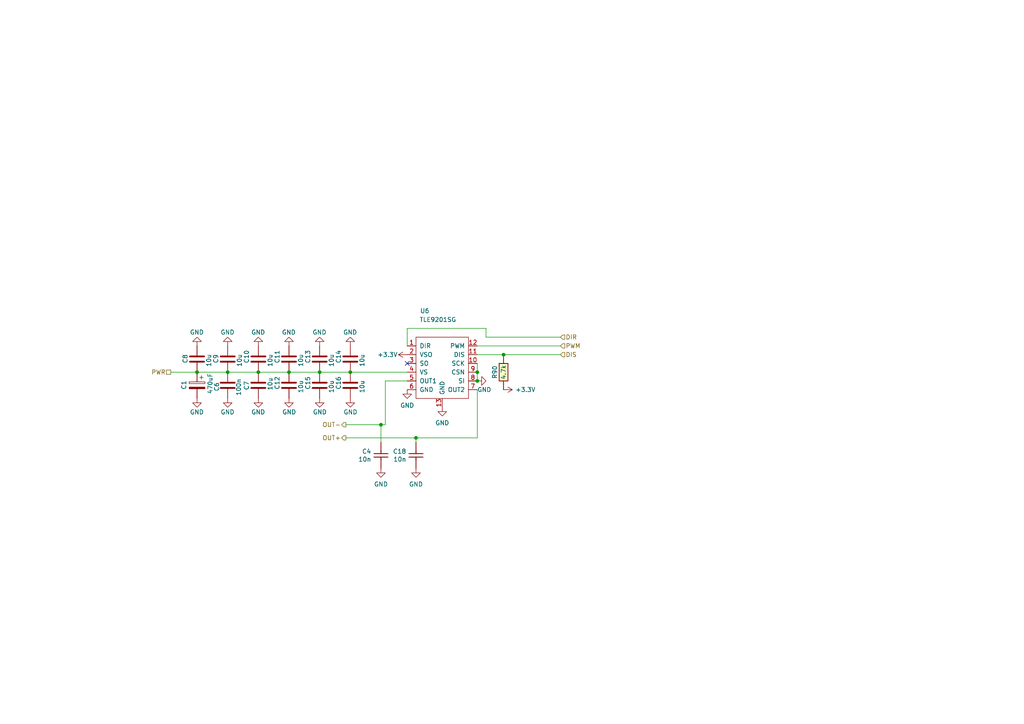
<source format=kicad_sch>
(kicad_sch (version 20230121) (generator eeschema)
  (paper "A4")
  (lib_symbols
    (symbol "Device:C" (pin_numbers hide) (pin_names (offset 0.254))
      (property "Reference" "C" (at 0.635 2.54 0))
      (property "Value" "C" (at 0.635 -2.54 0))
      (symbol "C_0_1"
        (polyline (pts (xy -2.032 -0.762) (xy 2.032 -0.762)) (stroke (width 0.508)))
        (polyline (pts (xy -2.032 0.762) (xy 2.032 0.762)) (stroke (width 0.508)))
      )
      (symbol "C_1_1"
        (pin passive line (at 0 3.81 270) (length 2.794) (name "~") (number "1"))
        (pin passive line (at 0 -3.81 90) (length 2.794) (name "~") (number "2"))
      )
    )
    (symbol "Device:C_Polarized" (pin_numbers hide) (pin_names (offset 0.254))
      (property "Reference" "C" (at 0.635 2.54 0))
      (property "Value" "C_Polarized" (at 0.635 -2.54 0))
      (symbol "C_Polarized_0_1"
        (rectangle (start -2.286 0.508) (end 2.286 1.016))
        (polyline (pts (xy -1.778 2.286) (xy -0.762 2.286)))
        (polyline (pts (xy -1.27 2.794) (xy -1.27 1.778)))
        (rectangle (start 2.286 -0.508) (end -2.286 -1.016) (fill (type outline)))
      )
      (symbol "C_Polarized_1_1"
        (pin passive line (at 0 3.81 270) (length 2.794) (name "~") (number "1"))
        (pin passive line (at 0 -3.81 90) (length 2.794) (name "~") (number "2"))
      )
    )
    (symbol "hellen-one-common:Cap" (pin_numbers hide)
      (property "Reference" "C" (at -3.81 2.54 0))
      (property "Value" "Cap" (at -2.54 -1.27 0))
      (symbol "Cap_1_0"
        (polyline (pts (xy -1.27 0) (xy -0.508 0)) (stroke (width 0.254)))
        (polyline (pts (xy -0.508 -2.032) (xy -0.508 2.032)) (stroke (width 0.254)))
        (polyline (pts (xy 0.508 2.032) (xy 0.508 -2.032)) (stroke (width 0.254)))
        (polyline (pts (xy 1.27 0) (xy 0.508 0)) (stroke (width 0.254)))
        (pin passive line (at -3.81 0 0) (length 2.54) (name "") (number "1"))
        (pin passive line (at 3.81 0 180) (length 2.54) (name "") (number "2"))
      )
    )
    (symbol "hellen-one-common:Res" (pin_numbers hide)
      (property "Reference" "R" (at 3.81 2.54 0))
      (property "Value" "Res" (at 5.08 -2.54 0))
      (symbol "Res_1_0"
        (rectangle (start 2.54 -1.27) (end 7.62 1.27) (stroke (width 0.254)) (fill (type background)))
        (pin passive line (at 0 0 0) (length 2.54) (name "") (number "1"))
        (pin passive line (at 10.16 0 180) (length 2.54) (name "") (number "2"))
      )
    )
    (symbol "power:+3.3V" (power) (pin_names (offset 0))
      (property "Value" "+3.3V" (at 0 3.556 0))
      (symbol "+3.3V_0_1"
        (polyline (pts (xy -0.762 1.27) (xy 0 2.54)))
        (polyline (pts (xy 0 0) (xy 0 2.54)))
        (polyline (pts (xy 0 2.54) (xy 0.762 1.27)))
      )
      (symbol "+3.3V_1_1"
        (pin power_in line (at 0 0 90) (length 0) hide (name "+3.3V") (number "1"))
      )
    )
    (symbol "power:GND" (power) (pin_names (offset 0))
      (property "Value" "GND" (at 0 -3.81 0))
      (symbol "GND_0_1"
        (polyline (pts (xy 0 0) (xy 0 -1.27) (xy 1.27 -1.27) (xy 0 -2.54) (xy -1.27 -1.27) (xy 0 -1.27)))
      )
      (symbol "GND_1_1"
        (pin power_in line (at 0 0 270) (length 0) hide (name "GND") (number "1"))
      )
    )
    (symbol "rusefi_tle9201:TLE9201SG" (pin_names (offset 1.016))
      (property "Reference" "U" (at 3.81 5.08 0))
      (property "Value" "TLE9201SG" (at 2.54 1.27 0))
      (symbol "TLE9201SG_0_1"
        (rectangle (start -2.54 -1.27) (end 12.7 -19.05))
      )
      (symbol "TLE9201SG_1_1"
        (pin passive line (at -5.08 -3.81 0) (length 2.54) (name "DIR") (number "1"))
        (pin passive line (at 15.24 -8.89 180) (length 2.54) (name "SCK") (number "10"))
        (pin passive line (at 15.24 -6.35 180) (length 2.54) (name "DIS") (number "11"))
        (pin passive line (at 15.24 -3.81 180) (length 2.54) (name "PWM") (number "12"))
        (pin passive line (at 5.08 -21.59 90) (length 2.54) (name "GND") (number "13"))
        (pin passive line (at -5.08 -6.35 0) (length 2.54) (name "VSO") (number "2"))
        (pin passive line (at -5.08 -8.89 0) (length 2.54) (name "SO") (number "3"))
        (pin passive line (at -5.08 -11.43 0) (length 2.54) (name "VS") (number "4"))
        (pin passive line (at -5.08 -13.97 0) (length 2.54) (name "OUT1") (number "5"))
        (pin passive line (at -5.08 -16.51 0) (length 2.54) (name "GND") (number "6"))
        (pin passive line (at 15.24 -16.51 180) (length 2.54) (name "OUT2") (number "7"))
        (pin passive line (at 15.24 -13.97 180) (length 2.54) (name "SI") (number "8"))
        (pin passive line (at 15.24 -11.43 180) (length 2.54) (name "CSN") (number "9"))
      )
    )
  )
  (junction (at 57.15 107.95))
  (junction (at 66.04 107.95))
  (junction (at 83.82 107.95))
  (junction (at 92.71 107.95))
  (junction (at 138.43 110.49))
  (junction (at 138.43 107.95))
  (junction (at 146.05 102.87))
  (junction (at 74.93 107.95))
  (junction (at 101.6 107.95))
  (junction (at 110.49 123.19))
  (junction (at 120.65 127))
  (no_connect (at 118.11 105.41))
  (wire (pts (xy 120.65 127) (xy 138.43 127)))
  (wire (pts (xy 138.43 107.95) (xy 138.43 110.49)))
  (wire (pts (xy 138.43 105.41) (xy 138.43 107.95)))
  (wire (pts (xy 146.05 102.87) (xy 162.56 102.87)))
  (wire (pts (xy 138.43 102.87) (xy 146.05 102.87)))
  (wire (pts (xy 83.82 107.95) (xy 92.71 107.95)))
  (wire (pts (xy 49.53 107.95) (xy 57.15 107.95)))
  (wire (pts (xy 92.71 107.95) (xy 101.6 107.95)))
  (wire (pts (xy 74.93 107.95) (xy 83.82 107.95)))
  (wire (pts (xy 118.11 110.49) (xy 111.76 110.49)))
  (wire (pts (xy 138.43 100.33) (xy 162.56 100.33)))
  (wire (pts (xy 101.6 107.95) (xy 118.11 107.95)))
  (wire (pts (xy 118.11 100.33) (xy 118.11 95.25)))
  (wire (pts (xy 110.49 123.19) (xy 110.49 128.27)))
  (wire (pts (xy 120.65 127) (xy 120.65 128.27)))
  (wire (pts (xy 100.33 127) (xy 120.65 127)))
  (wire (pts (xy 111.76 123.19) (xy 110.49 123.19)))
  (wire (pts (xy 66.04 107.95) (xy 74.93 107.95)))
  (wire (pts (xy 140.97 97.79) (xy 162.56 97.79)))
  (wire (pts (xy 138.43 127) (xy 138.43 113.03)))
  (wire (pts (xy 111.76 110.49) (xy 111.76 123.19)))
  (wire (pts (xy 57.15 107.95) (xy 66.04 107.95)))
  (wire (pts (xy 140.97 95.25) (xy 140.97 97.79)))
  (wire (pts (xy 110.49 123.19) (xy 100.33 123.19)))
  (wire (pts (xy 118.11 95.25) (xy 140.97 95.25)))
  (hierarchical_label "OUT-" (shape output) (at 100.33 123.19 180))
  (hierarchical_label "DIS" (shape input) (at 162.56 102.87 0))
  (hierarchical_label "DIR" (shape input) (at 162.56 97.79 0))
  (hierarchical_label "PWM" (shape input) (at 162.56 100.33 0))
  (hierarchical_label "PWR" (shape passive) (at 49.53 107.95 180))
  (hierarchical_label "OUT+" (shape output) (at 100.33 127 180))
  (symbol (lib_id "Device:C") (at 74.93 111.76 0) (unit 1)
    (property "Reference" "C7" (at 71.5074 110.4901 90) (effects (justify right)))
    (property "Value" "10u" (at 78.3527 109.4741 90) (effects (justify right)))
    (property "Footprint" "hellen-one-common:C0805" (effects hide))
    (property "LCSC" "C15850" (effects hide))
    (instances (project "alphax_4ch" (path "" (reference "C7") (unit 1)) (path "" (reference "C6") (unit 1))))
  )
  (symbol (lib_id "Device:C") (at 92.71 111.76 0) (mirror x) (unit 1)
    (property "Reference" "C15" (at 89.2874 113.0299 90) (effects (justify right)))
    (property "Value" "10u" (at 96.1327 114.0459 90) (effects (justify right)))
    (property "Footprint" "hellen-one-common:C0805" (effects hide))
    (property "LCSC" "C15850" (effects hide))
  )
  (symbol (lib_id "power:GND") (at 74.93 115.57 0) (mirror y) (unit 1)
    (property "Reference" "#PWR0160" (effects hide))
    (property "Value" "GND" (at 74.8792 119.5134 0))
    (instances (project "alphax_4ch" (path "" (reference "#PWR0160") (unit 1)) (path "" (reference "#PWR0110") (unit 1))))
  )
  (symbol (lib_id "power:GND") (at 57.15 100.33 180) (unit 1)
    (property "Reference" "#PWR0158" (effects hide))
    (property "Value" "GND" (at 57.0992 96.3866 0))
    (instances (project "alphax_4ch" (path "" (reference "#PWR0158") (unit 1)) (path "" (reference "#PWR0105") (unit 1))))
  )
  (symbol (lib_id "power:GND") (at 66.04 115.57 0) (mirror y) (unit 1)
    (property "Reference" "#PWR0159" (effects hide))
    (property "Value" "GND" (at 65.9892 119.5134 0))
    (instances (project "alphax_4ch" (path "" (reference "#PWR0159") (unit 1)) (path "" (reference "#PWR0108") (unit 1))))
  )
  (symbol (lib_id "Device:C") (at 83.82 104.14 0) (mirror x) (unit 1)
    (property "Reference" "C11" (at 80.3974 105.4099 90) (effects (justify right)))
    (property "Value" "10u" (at 87.2427 106.4259 90) (effects (justify right)))
    (property "Footprint" "hellen-one-common:C0805" (effects hide))
    (property "LCSC" "C15850" (effects hide))
  )
  (symbol (lib_id "power:GND") (at 83.82 115.57 0) (unit 1)
    (property "Reference" "#PWR0151" (effects hide))
    (property "Value" "GND" (at 83.8708 119.5134 0))
    (instances (project "alphax_4ch" (path "" (reference "#PWR0151") (unit 1)) (path "" (reference "#PWR0114") (unit 1))))
  )
  (symbol (lib_id "power:GND") (at 101.6 115.57 0) (unit 1)
    (property "Reference" "#PWR0150" (effects hide))
    (property "Value" "GND" (at 101.6508 119.5134 0))
    (instances (project "alphax_4ch" (path "" (reference "#PWR0150") (unit 1)) (path "" (reference "#PWR0120") (unit 1))))
  )
  (symbol (lib_id "hellen-one-common:Res") (at 146.05 102.87 270) (unit 1)
    (property "Reference" "R90" (at 143.51 107.95 0))
    (property "Value" "4.7k" (at 146.05 107.95 0))
    (property "Footprint" "hellen-one-common:R0603" (effects hide))
    (property "LCSC" "C23162" (effects hide))
  )
  (symbol (lib_id "Device:C") (at 92.71 104.14 0) (mirror x) (unit 1)
    (property "Reference" "C13" (at 89.2874 105.4099 90) (effects (justify right)))
    (property "Value" "10u" (at 96.1327 106.4259 90) (effects (justify right)))
    (property "Footprint" "hellen-one-common:C0805" (effects hide))
    (property "LCSC" "C15850" (effects hide))
  )
  (symbol (lib_id "Device:C") (at 101.6 111.76 0) (mirror x) (unit 1)
    (property "Reference" "C16" (at 98.1774 113.0299 90) (effects (justify right)))
    (property "Value" "10u" (at 105.0227 114.0459 90) (effects (justify right)))
    (property "Footprint" "hellen-one-common:C0805" (effects hide))
    (property "LCSC" "C15850" (effects hide))
  )
  (symbol (lib_id "Device:C") (at 83.82 111.76 0) (mirror x) (unit 1)
    (property "Reference" "C12" (at 80.3974 113.0299 90) (effects (justify right)))
    (property "Value" "10u" (at 87.2427 114.0459 90) (effects (justify right)))
    (property "Footprint" "hellen-one-common:C0805" (effects hide))
    (property "LCSC" "C15850" (effects hide))
  )
  (symbol (lib_id "power:GND") (at 92.71 100.33 180) (unit 1)
    (property "Reference" "#PWR0167" (effects hide))
    (property "Value" "GND" (at 92.6592 96.3866 0))
    (instances (project "alphax_4ch" (path "" (reference "#PWR0167") (unit 1)) (path "" (reference "#PWR0115") (unit 1))))
  )
  (symbol (lib_id "Device:C") (at 66.04 111.76 180) (unit 1)
    (property "Reference" "C6" (at 62.8586 113.5379 90) (effects (justify right)))
    (property "Value" "100n" (at 69.2213 114.8079 90) (effects (justify right)))
    (property "Footprint" "hellen-one-common:C0603" (effects hide))
    (property "LCSC" "C14663" (effects hide))
    (instances (project "alphax_4ch" (path "" (reference "C6") (unit 1)) (path "" (reference "C4") (unit 1))))
  )
  (symbol (lib_id "power:GND") (at 118.11 113.03 0) (mirror y) (unit 1)
    (property "Reference" "#PWR0166" (effects hide))
    (property "Value" "GND" (at 118.11 117.5925 0))
    (instances (project "alphax_4ch" (path "" (reference "#PWR0166") (unit 1)) (path "" (reference "#PWR0125") (unit 1))))
  )
  (symbol (lib_id "Device:C") (at 101.6 104.14 0) (mirror x) (unit 1)
    (property "Reference" "C14" (at 98.1774 105.4099 90) (effects (justify right)))
    (property "Value" "10u" (at 105.0227 106.4259 90) (effects (justify right)))
    (property "Footprint" "hellen-one-common:C0805" (effects hide))
    (property "LCSC" "C15850" (effects hide))
  )
  (symbol (lib_id "power:GND") (at 120.65 135.89 0) (mirror y) (unit 1)
    (property "Reference" "#PWR084" (effects hide))
    (property "Value" "GND" (at 120.65 140.4525 0))
    (instances (project "alphax_4ch" (path "" (reference "#PWR084") (unit 1)) (path "" (reference "#PWR0126") (unit 1))))
  )
  (symbol (lib_id "power:GND") (at 66.04 100.33 180) (unit 1)
    (property "Reference" "#PWR0157" (effects hide))
    (property "Value" "GND" (at 65.9892 96.3866 0))
    (instances (project "alphax_4ch" (path "" (reference "#PWR0157") (unit 1)) (path "" (reference "#PWR0107") (unit 1))))
  )
  (symbol (lib_id "Device:C") (at 66.04 104.14 0) (mirror x) (unit 1)
    (property "Reference" "C9" (at 62.6174 105.4099 90) (effects (justify right)))
    (property "Value" "10u" (at 69.4627 106.4259 90) (effects (justify right)))
    (property "Footprint" "hellen-one-common:C0805" (effects hide))
    (property "LCSC" "C15850" (effects hide))
    (instances (project "alphax_4ch" (path "" (reference "C9") (unit 1)) (path "" (reference "C8") (unit 1))))
  )
  (symbol (lib_id "rusefi_tle9201:TLE9201SG") (at 123.19 96.52 0) (unit 1)
    (property "Reference" "U6" (at 123.19 90.17 0))
    (property "Value" "TLE9201SG" (at 127 92.71 0))
    (property "Footprint" "Package_SO:Infineon_PG-DSO-12-11" (effects hide))
    (property "Part #" "TLE9201SG" (effects hide))
    (property "VEND" "DIGI" (effects hide))
    (property "VEND#" "TLE9201SGAUMA1CT-ND" (effects hide))
    (property "Manufacturer" "Infineon " (effects hide))
    (property "LCSC" "C112633" (effects hide))
    (instances (project "alphax_4ch" (path "" (reference "U6") (unit 1)) (path "" (reference "U1") (unit 1))))
  )
  (symbol (lib_id "power:GND") (at 57.15 115.57 0) (mirror y) (unit 1)
    (property "Reference" "#PWR051" (effects hide))
    (property "Value" "GND" (at 57.0992 119.5134 0))
    (instances (project "alphax_4ch" (path "" (reference "#PWR051") (unit 1)) (path "" (reference "#PWR0106") (unit 1))))
  )
  (symbol (lib_id "power:GND") (at 74.93 100.33 180) (unit 1)
    (property "Reference" "#PWR0156" (effects hide))
    (property "Value" "GND" (at 74.8792 96.3866 0))
    (instances (project "alphax_4ch" (path "" (reference "#PWR0156") (unit 1)) (path "" (reference "#PWR0109") (unit 1))))
  )
  (symbol (lib_id "power:GND") (at 101.6 100.33 180) (unit 1)
    (property "Reference" "#PWR0168" (effects hide))
    (property "Value" "GND" (at 101.5492 96.3866 0))
    (instances (project "alphax_4ch" (path "" (reference "#PWR0168") (unit 1)) (path "" (reference "#PWR0119") (unit 1))))
  )
  (symbol (lib_id "Device:C_Polarized") (at 57.15 111.76 0) (mirror y) (unit 1)
    (property "Reference" "C1" (at 53.34 113.03 90) (effects (justify left)))
    (property "Value" "470uF" (at 60.96 114.3 90) (effects (justify left)))
    (property "Footprint" "Capacitor_SMD:CP_Elec_10x10.5" (effects hide))
    (property "LCSC" "C72518" (effects hide))
    (instances (project "alphax_4ch" (path "" (reference "C1") (unit 1)) (path "" (reference "C10") (unit 1))))
  )
  (symbol (lib_id "power:GND") (at 110.49 135.89 0) (mirror y) (unit 1)
    (property "Reference" "#PWR082" (effects hide))
    (property "Value" "GND" (at 110.49 140.4525 0))
    (instances (project "alphax_4ch" (path "" (reference "#PWR082") (unit 1)) (path "" (reference "#PWR0121") (unit 1))))
  )
  (symbol (lib_id "power:GND") (at 83.82 100.33 180) (unit 1)
    (property "Reference" "#PWR0155" (effects hide))
    (property "Value" "GND" (at 83.7692 96.3866 0))
    (instances (project "alphax_4ch" (path "" (reference "#PWR0155") (unit 1)) (path "" (reference "#PWR0113") (unit 1))))
  )
  (symbol (lib_id "Device:C") (at 57.15 104.14 0) (mirror x) (unit 1)
    (property "Reference" "C8" (at 53.7274 105.4099 90) (effects (justify right)))
    (property "Value" "10u" (at 60.5727 106.4259 90) (effects (justify right)))
    (property "Footprint" "hellen-one-common:C0805" (effects hide))
    (property "LCSC" "C15850" (effects hide))
    (instances (project "alphax_4ch" (path "" (reference "C8") (unit 1)) (path "" (reference "C7") (unit 1))))
  )
  (symbol (lib_id "power:+3.3V") (at 118.11 102.87 90) (unit 1)
    (property "Reference" "#PWR0154" (effects hide))
    (property "Value" "+3.3V" (at 112.395 102.87 90))
    (instances (project "alphax_4ch" (path "" (reference "#PWR0154") (unit 1)) (path "" (reference "#PWR0123") (unit 1))))
  )
  (symbol (lib_id "power:GND") (at 128.27 118.11 0) (mirror y) (unit 1)
    (property "Reference" "#PWR0164" (effects hide))
    (property "Value" "GND" (at 128.27 122.6725 0))
    (instances (project "alphax_4ch" (path "" (reference "#PWR0164") (unit 1)) (path "" (reference "#PWR0127") (unit 1))))
  )
  (symbol (lib_id "power:+3.3V") (at 146.05 113.03 270) (unit 1)
    (property "Reference" "#PWR0162" (effects hide))
    (property "Value" "+3.3V" (at 152.4 113.03 90))
    (instances (project "alphax_4ch" (path "" (reference "#PWR0162") (unit 1)) (path "" (reference "#PWR0129") (unit 1))))
  )
  (symbol (lib_id "power:GND") (at 92.71 115.57 0) (unit 1)
    (property "Reference" "#PWR0152" (effects hide))
    (property "Value" "GND" (at 92.7608 119.5134 0))
    (instances (project "alphax_4ch" (path "" (reference "#PWR0152") (unit 1)) (path "" (reference "#PWR0118") (unit 1))))
  )
  (symbol (lib_id "Device:C") (at 74.93 104.14 0) (mirror x) (unit 1)
    (property "Reference" "C10" (at 71.5074 105.4099 90) (effects (justify right)))
    (property "Value" "10u" (at 78.3527 106.4259 90) (effects (justify right)))
    (property "Footprint" "hellen-one-common:C0805" (effects hide))
    (property "LCSC" "C15850" (effects hide))
    (instances (project "alphax_4ch" (path "" (reference "C10") (unit 1)) (path "" (reference "C9") (unit 1))))
  )
  (symbol (lib_id "hellen-one-common:Cap") (at 110.49 132.08 270) (mirror x) (unit 1)
    (property "Reference" "C4" (at 107.6959 130.9306 90) (effects (justify right)))
    (property "Value" "10n" (at 107.6959 133.2293 90) (effects (justify right)))
    (property "Footprint" "hellen-one-common:C0603" (effects hide))
    (property "LCSC" "C57112" (effects hide))
    (instances (project "alphax_4ch" (path "" (reference "C4") (unit 1)) (path "" (reference "C1") (unit 1))))
  )
  (symbol (lib_id "power:GND") (at 138.43 110.49 90) (mirror x) (unit 1)
    (property "Reference" "#PWR0163" (effects hide))
    (property "Value" "GND" (at 138.43 113.03 90) (effects (justify right)))
    (instances (project "alphax_4ch" (path "" (reference "#PWR0163") (unit 1)) (path "" (reference "#PWR0128") (unit 1))))
  )
  (symbol (lib_id "hellen-one-common:Cap") (at 120.65 132.08 270) (mirror x) (unit 1)
    (property "Reference" "C18" (at 117.8559 130.9306 90) (effects (justify right)))
    (property "Value" "10n" (at 117.8559 133.2293 90) (effects (justify right)))
    (property "Footprint" "hellen-one-common:C0603" (effects hide))
    (property "LCSC" "C57112" (effects hide))
    (instances (project "alphax_4ch" (path "" (reference "C18") (unit 1)) (path "" (reference "C3") (unit 1))))
  )
)
</source>
